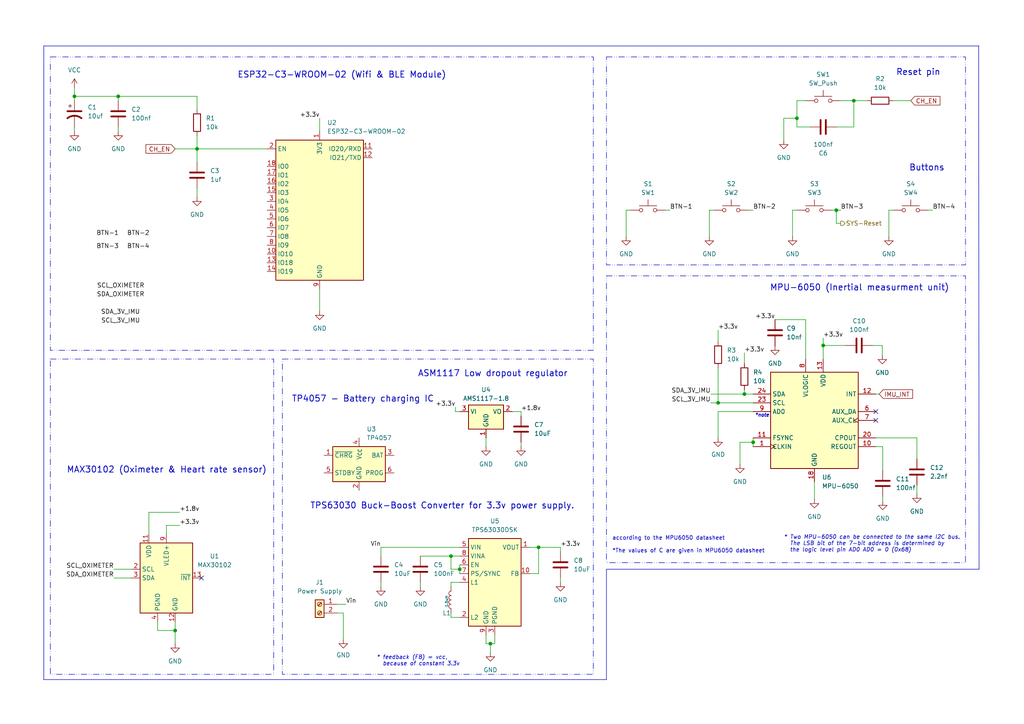
<source format=kicad_sch>
(kicad_sch (version 20231120) (generator "eeschema") (generator_version "8.0")
  (paper "A4")
  (title_block (title "glusoce (A Open Source Smart Watch Ecosystem)") (date "2025-02-11") (rev "v0.1") (company "Designed by S. M. Ameen") (comment 1 "https://syeedameen.github.io"))
  (lib_symbols
    (symbol "Battery_Management:TP4057"
      (property "Reference" "U" (at -6.35 6.604 0))
      (property "Value" "TP4057" (at 1.524 6.604 0))
      (symbol "TP4057_0_1"
        (rectangle (start -7.62 5.08) (end 7.62 -5.08) (stroke (width 0.254)) (fill (type background)))
      )
      (symbol "TP4057_1_1"
        (pin open_collector line (at -10.16 2.54 0) (length 2.54) (name "~{CHRG}") (number "1"))
        (pin power_in line (at 0 -7.62 90) (length 2.54) (name "GND") (number "2"))
        (pin power_out line (at 10.16 2.54 180) (length 2.54) (name "BAT") (number "3"))
        (pin power_in line (at 0 7.62 270) (length 2.54) (name "V_{CC}") (number "4"))
        (pin open_collector line (at -10.16 -2.54 0) (length 2.54) (name "STDBY") (number "5"))
        (pin passive line (at 10.16 -2.54 180) (length 2.54) (name "PROG") (number "6"))
      )
    )
    (symbol "Connector:Screw_Terminal_01x02" (pin_names (offset 1.016) hide)
      (property "Reference" "J" (at 0 2.54 0))
      (property "Value" "Screw_Terminal_01x02" (at 0 -5.08 0))
      (symbol "Screw_Terminal_01x02_1_1"
        (rectangle (start -1.27 1.27) (end 1.27 -3.81) (stroke (width 0.254)) (fill (type background)))
        (circle (center 0 -2.54) (radius 0.635) (stroke (width 0.1524)))
        (polyline (pts (xy -0.5334 -2.2098) (xy 0.3302 -3.048)) (stroke (width 0.1524)))
        (polyline (pts (xy -0.5334 0.3302) (xy 0.3302 -0.508)) (stroke (width 0.1524)))
        (polyline (pts (xy -0.3556 -2.032) (xy 0.508 -2.8702)) (stroke (width 0.1524)))
        (polyline (pts (xy -0.3556 0.508) (xy 0.508 -0.3302)) (stroke (width 0.1524)))
        (circle (center 0 0) (radius 0.635) (stroke (width 0.1524)))
        (pin passive line (at -5.08 0 0) (length 3.81) (name "Pin_1") (number "1"))
        (pin passive line (at -5.08 -2.54 0) (length 3.81) (name "Pin_2") (number "2"))
      )
    )
    (symbol "Device:C" (pin_numbers hide) (pin_names (offset 0.254))
      (property "Reference" "C" (at 0.635 2.54 0))
      (property "Value" "C" (at 0.635 -2.54 0))
      (symbol "C_0_1"
        (polyline (pts (xy -2.032 -0.762) (xy 2.032 -0.762)) (stroke (width 0.508)))
        (polyline (pts (xy -2.032 0.762) (xy 2.032 0.762)) (stroke (width 0.508)))
      )
      (symbol "C_1_1"
        (pin passive line (at 0 3.81 270) (length 2.794) (name "~") (number "1"))
        (pin passive line (at 0 -3.81 90) (length 2.794) (name "~") (number "2"))
      )
    )
    (symbol "Device:C_Polarized_US" (pin_numbers hide) (pin_names (offset 0.254) hide)
      (property "Reference" "C" (at 0.635 2.54 0))
      (property "Value" "C_Polarized_US" (at 0.635 -2.54 0))
      (symbol "C_Polarized_US_0_1"
        (polyline (pts (xy -2.032 0.762) (xy 2.032 0.762)) (stroke (width 0.508)))
        (polyline (pts (xy -1.778 2.286) (xy -0.762 2.286)))
        (polyline (pts (xy -1.27 1.778) (xy -1.27 2.794)))
        (arc (start 2.032 -1.27) (mid 0 -0.5572) (end -2.032 -1.27) (stroke (width 0.508)))
      )
      (symbol "C_Polarized_US_1_1"
        (pin passive line (at 0 3.81 270) (length 2.794) (name "~") (number "1"))
        (pin passive line (at 0 -3.81 90) (length 3.302) (name "~") (number "2"))
      )
    )
    (symbol "Device:L" (pin_numbers hide) (pin_names (offset 1.016) hide)
      (property "Reference" "L" (at -1.27 0 90))
      (property "Value" "L" (at 1.905 0 90))
      (symbol "L_0_1"
        (arc (start 0 -2.54) (mid 0.6323 -1.905) (end 0 -1.27))
        (arc (start 0 -1.27) (mid 0.6323 -0.635) (end 0 0))
        (arc (start 0 0) (mid 0.6323 0.635) (end 0 1.27))
        (arc (start 0 1.27) (mid 0.6323 1.905) (end 0 2.54))
      )
      (symbol "L_1_1"
        (pin passive line (at 0 3.81 270) (length 1.27) (name "1") (number "1"))
        (pin passive line (at 0 -3.81 90) (length 1.27) (name "2") (number "2"))
      )
    )
    (symbol "Device:R" (pin_numbers hide) (pin_names (offset 0))
      (property "Reference" "R" (at 2.032 0 90))
      (property "Value" "R" (at 0 0 90))
      (symbol "R_0_1"
        (rectangle (start -1.016 -2.54) (end 1.016 2.54) (stroke (width 0.254)))
      )
      (symbol "R_1_1"
        (pin passive line (at 0 3.81 270) (length 1.27) (name "~") (number "1"))
        (pin passive line (at 0 -3.81 90) (length 1.27) (name "~") (number "2"))
      )
    )
    (symbol "RF_Module:ESP32-C3-WROOM-02"
      (property "Reference" "U" (at -12.192 21.336 0))
      (property "Value" "ESP32-C3-WROOM-02" (at 12.192 21.336 0))
      (symbol "ESP32-C3-WROOM-02_1_1"
        (rectangle (start -12.7 20.32) (end 12.7 -20.32) (stroke (width 0.254)) (fill (type background)))
        (pin power_in line (at 0 22.86 270) (length 2.54) (name "3V3") (number "1"))
        (pin bidirectional line (at -15.24 -12.7 0) (length 2.54) (name "IO10") (number "10"))
        (pin bidirectional line (at 15.24 17.78 180) (length 2.54) (name "IO20/RXD") (number "11"))
        (pin bidirectional line (at 15.24 15.24 180) (length 2.54) (name "IO21/TXD") (number "12"))
        (pin bidirectional line (at -15.24 -15.24 0) (length 2.54) (name "IO18") (number "13"))
        (pin bidirectional line (at -15.24 -17.78 0) (length 2.54) (name "IO19") (number "14"))
        (pin bidirectional line (at -15.24 5.08 0) (length 2.54) (name "IO3") (number "15"))
        (pin bidirectional line (at -15.24 7.62 0) (length 2.54) (name "IO2") (number "16"))
        (pin bidirectional line (at -15.24 10.16 0) (length 2.54) (name "IO1") (number "17"))
        (pin bidirectional line (at -15.24 12.7 0) (length 2.54) (name "IO0") (number "18"))
        (pin passive line (at 0 -22.86 90) (length 2.54) hide (name "GND") (number "19"))
        (pin input line (at -15.24 17.78 0) (length 2.54) (name "EN") (number "2"))
        (pin bidirectional line (at -15.24 2.54 0) (length 2.54) (name "IO4") (number "3"))
        (pin bidirectional line (at -15.24 0 0) (length 2.54) (name "IO5") (number "4"))
        (pin bidirectional line (at -15.24 -2.54 0) (length 2.54) (name "IO6") (number "5"))
        (pin bidirectional line (at -15.24 -5.08 0) (length 2.54) (name "IO7") (number "6"))
        (pin bidirectional line (at -15.24 -7.62 0) (length 2.54) (name "IO8") (number "7"))
        (pin bidirectional line (at -15.24 -10.16 0) (length 2.54) (name "IO9") (number "8"))
        (pin power_in line (at 0 -22.86 90) (length 2.54) (name "GND") (number "9"))
      )
    )
    (symbol "Regulator_Linear:AMS1117-1.8"
      (property "Reference" "U" (at -3.81 3.175 0))
      (property "Value" "AMS1117-1.8" (at 0 3.175 0))
      (symbol "AMS1117-1.8_0_1"
        (rectangle (start -5.08 -5.08) (end 5.08 1.905) (stroke (width 0.254)) (fill (type background)))
      )
      (symbol "AMS1117-1.8_1_1"
        (pin power_in line (at 0 -7.62 90) (length 2.54) (name "GND") (number "1"))
        (pin power_out line (at 7.62 0 180) (length 2.54) (name "VO") (number "2"))
        (pin power_in line (at -7.62 0 0) (length 2.54) (name "VI") (number "3"))
      )
    )
    (symbol "Regulator_Switching:TPS63030DSK"
      (property "Reference" "U" (at -7.62 13.97 0))
      (property "Value" "TPS63030DSK" (at 5.08 13.97 0))
      (symbol "TPS63030DSK_0_1"
        (rectangle (start -7.62 12.7) (end 7.62 -12.7) (stroke (width 0.254)) (fill (type background)))
      )
      (symbol "TPS63030DSK_1_1"
        (pin power_out line (at 10.16 10.16 180) (length 2.54) (name "VOUT") (number "1"))
        (pin input line (at 10.16 2.54 180) (length 2.54) (name "FB") (number "10"))
        (pin passive line (at 0 -15.24 90) (length 2.54) hide (name "PGND") (number "11"))
        (pin input line (at -10.16 -10.16 0) (length 2.54) (name "L2") (number "2"))
        (pin power_in line (at 0 -15.24 90) (length 2.54) (name "PGND") (number "3"))
        (pin input line (at -10.16 0 0) (length 2.54) (name "L1") (number "4"))
        (pin power_in line (at -10.16 10.16 0) (length 2.54) (name "VIN") (number "5"))
        (pin input line (at -10.16 5.08 0) (length 2.54) (name "EN") (number "6"))
        (pin input line (at -10.16 2.54 0) (length 2.54) (name "PS/SYNC") (number "7"))
        (pin passive line (at -10.16 7.62 0) (length 2.54) (name "VINA") (number "8"))
        (pin power_in line (at -2.54 -15.24 90) (length 2.54) (name "GND") (number "9"))
      )
    )
    (symbol "Sensor:MAX30102"
      (property "Reference" "U" (at 7.62 15.24 0))
      (property "Value" "MAX30102" (at 7.62 12.7 0))
      (symbol "MAX30102_0_1"
        (rectangle (start -7.62 10.16) (end 7.62 -10.16) (stroke (width 0.254)) (fill (type background)))
      )
      (symbol "MAX30102_1_1"
        (pin no_connect line (at -7.62 5.08 0) (length 2.54) hide (name "NC") (number "1"))
        (pin passive line (at 0 12.7 270) (length 2.54) hide (name "VLED+") (number "10"))
        (pin power_in line (at -5.08 12.7 270) (length 2.54) (name "VDD") (number "11"))
        (pin power_in line (at 2.54 -12.7 90) (length 2.54) (name "GND") (number "12"))
        (pin output line (at 10.16 0 180) (length 2.54) (name "~{INT}") (number "13"))
        (pin no_connect line (at 7.62 2.54 180) (length 2.54) hide (name "NC") (number "14"))
        (pin input line (at -10.16 2.54 0) (length 2.54) (name "SCL") (number "2"))
        (pin bidirectional line (at -10.16 0 0) (length 2.54) (name "SDA") (number "3"))
        (pin power_in line (at -2.54 -12.7 90) (length 2.54) (name "PGND") (number "4"))
        (pin no_connect line (at 7.62 -7.62 180) (length 2.54) hide (name "NC") (number "5"))
        (pin no_connect line (at 7.62 -5.08 180) (length 2.54) hide (name "NC") (number "6"))
        (pin no_connect line (at -7.62 -2.54 0) (length 2.54) hide (name "NC") (number "7"))
        (pin no_connect line (at 7.62 5.08 180) (length 2.54) hide (name "NC") (number "8"))
        (pin power_in line (at 0 12.7 270) (length 2.54) (name "VLED+") (number "9"))
      )
    )
    (symbol "Sensor_Motion:MPU-6050"
      (property "Reference" "U" (at -11.43 13.97 0))
      (property "Value" "MPU-6050" (at 7.62 -15.24 0))
      (symbol "MPU-6050_0_0"
        (text "" (at 12.7 -2.54 0) (effects (font (size 1.27 1.27))))
      )
      (symbol "MPU-6050_0_1"
        (rectangle (start -12.7 13.97) (end 12.7 -13.97) (stroke (width 0.254)) (fill (type background)))
      )
      (symbol "MPU-6050_1_1"
        (pin input clock (at -17.78 -7.62 0) (length 5.08) (name "CLKIN") (number "1"))
        (pin passive line (at 17.78 -7.62 180) (length 5.08) (name "REGOUT") (number "10"))
        (pin input line (at -17.78 -5.08 0) (length 5.08) (name "FSYNC") (number "11"))
        (pin output line (at 17.78 7.62 180) (length 5.08) (name "INT") (number "12"))
        (pin power_in line (at 2.54 17.78 270) (length 3.81) (name "VDD") (number "13"))
        (pin no_connect line (at -12.7 -10.16 0) (length 2.54) hide (name "NC") (number "14"))
        (pin no_connect line (at 12.7 12.7 180) (length 2.54) hide (name "NC") (number "15"))
        (pin no_connect line (at 12.7 10.16 180) (length 2.54) hide (name "NC") (number "16"))
        (pin no_connect line (at 12.7 5.08 180) (length 2.54) hide (name "NC") (number "17"))
        (pin power_in line (at 0 -17.78 90) (length 3.81) (name "GND") (number "18"))
        (pin no_connect line (at 12.7 -10.16 180) (length 2.54) hide (name "RESV") (number "19"))
        (pin no_connect line (at -12.7 12.7 0) (length 2.54) hide (name "NC") (number "2"))
        (pin passive line (at 17.78 -5.08 180) (length 5.08) (name "CPOUT") (number "20"))
        (pin no_connect line (at 12.7 -2.54 180) (length 2.54) hide (name "RESV") (number "21"))
        (pin no_connect line (at 12.7 -12.7 180) (length 2.54) hide (name "RESV") (number "22"))
        (pin input line (at -17.78 5.08 0) (length 5.08) (name "SCL") (number "23"))
        (pin bidirectional line (at -17.78 7.62 0) (length 5.08) (name "SDA") (number "24"))
        (pin no_connect line (at -12.7 10.16 0) (length 2.54) hide (name "NC") (number "3"))
        (pin no_connect line (at -12.7 0 0) (length 2.54) hide (name "NC") (number "4"))
        (pin no_connect line (at -12.7 -2.54 0) (length 2.54) hide (name "NC") (number "5"))
        (pin bidirectional line (at 17.78 2.54 180) (length 5.08) (name "AUX_DA") (number "6"))
        (pin output clock (at 17.78 0 180) (length 5.08) (name "AUX_CL") (number "7"))
        (pin power_in line (at -2.54 17.78 270) (length 3.81) (name "VLOGIC") (number "8"))
        (pin input line (at -17.78 2.54 0) (length 5.08) (name "AD0") (number "9"))
      )
    )
    (symbol "Switch:SW_Push" (pin_numbers hide) (pin_names (offset 1.016) hide)
      (property "Reference" "SW" (at 1.27 2.54 0))
      (property "Value" "SW_Push" (at 0 -1.524 0))
      (symbol "SW_Push_0_1"
        (circle (center -2.032 0) (radius 0.508))
        (polyline (pts (xy 0 1.27) (xy 0 3.048)))
        (polyline (pts (xy 2.54 1.27) (xy -2.54 1.27)))
        (circle (center 2.032 0) (radius 0.508))
        (pin passive line (at -5.08 0 0) (length 2.54) (name "1") (number "1"))
        (pin passive line (at 5.08 0 180) (length 2.54) (name "2") (number "2"))
      )
    )
    (symbol "power:GND" (power) (pin_names (offset 0))
      (property "Value" "GND" (at 0 -3.81 0))
      (symbol "GND_0_1"
        (polyline (pts (xy 0 0) (xy 0 -1.27) (xy 1.27 -1.27) (xy 0 -2.54) (xy -1.27 -1.27) (xy 0 -1.27)))
      )
      (symbol "GND_1_1"
        (pin power_in line (at 0 0 270) (length 0) hide (name "GND") (number "1"))
      )
    )
    (symbol "power:VCC" (power) (pin_names (offset 0))
      (property "Value" "VCC" (at 0 3.81 0))
      (symbol "VCC_0_1"
        (polyline (pts (xy -0.762 1.27) (xy 0 2.54)))
        (polyline (pts (xy 0 0) (xy 0 2.54)))
        (polyline (pts (xy 0 2.54) (xy 0.762 1.27)))
      )
      (symbol "VCC_1_1"
        (pin power_in line (at 0 0 90) (length 0) hide (name "VCC") (number "1"))
      )
    )
  )
  (junction (at 247.65 29.21))
  (junction (at 34.29 27.94))
  (junction (at 215.9 114.3))
  (junction (at 156.21 158.75))
  (junction (at 218.44 128.27))
  (junction (at 21.59 27.94))
  (junction (at 142.24 186.69))
  (junction (at 238.76 100.203))
  (junction (at 130.81 161.29))
  (junction (at 242.57 60.96))
  (junction (at 208.28 116.84))
  (junction (at 231.14 34.29))
  (junction (at 133.35 165.1))
  (junction (at 50.8 182.88))
  (junction (at 57.15 43.18))
  (no_connect (at 254 119.38))
  (no_connect (at 58.42 167.64))
  (no_connect (at 254 121.92))
  (wire (pts (xy 242.57 36.83) (xy 247.65 36.83)))
  (wire (pts (xy 182.88 60.96) (xy 181.61 60.96)))
  (wire (pts (xy 247.65 36.83) (xy 247.65 29.21)))
  (wire (pts (xy 140.97 186.69) (xy 142.24 186.69)))
  (wire (pts (xy 33.02 167.64) (xy 38.1 167.64)))
  (wire (pts (xy 231.14 34.29) (xy 231.14 36.83)))
  (wire (pts (xy 21.59 36.83) (xy 21.59 38.1)))
  (wire (pts (xy 217.17 60.96) (xy 218.44 60.96)))
  (wire (pts (xy 215.9 113.03) (xy 215.9 114.3)))
  (wire (pts (xy 130.81 161.29) (xy 133.35 161.29)))
  (wire (pts (xy 252.984 100.203) (xy 255.905 100.203)))
  (wire (pts (xy 269.24 60.96) (xy 270.51 60.96)))
  (wire (pts (xy 255.905 100.203) (xy 255.905 102.997)))
  (wire (pts (xy 45.72 180.34) (xy 45.72 182.88)))
  (wire (pts (xy 208.28 116.84) (xy 218.44 116.84)))
  (wire (pts (xy 142.24 186.69) (xy 143.51 186.69)))
  (wire (pts (xy 130.81 177.8) (xy 130.81 179.07)))
  (wire (pts (xy 121.92 161.29) (xy 130.81 161.29)))
  (wire (pts (xy 34.29 27.94) (xy 21.59 27.94)))
  (wire (pts (xy 238.76 100.203) (xy 238.76 104.14)))
  (wire (pts (xy 233.68 104.14) (xy 233.68 92.71)))
  (wire (pts (xy 34.29 27.94) (xy 57.15 27.94)))
  (wire (pts (xy 247.65 29.21) (xy 251.46 29.21)))
  (wire (pts (xy 45.72 182.88) (xy 50.8 182.88)))
  (wire (pts (xy 52.07 148.59) (xy 43.18 148.59)))
  (wire (pts (xy 130.81 168.91) (xy 133.35 168.91)))
  (wire (pts (xy 43.18 148.59) (xy 43.18 154.94)))
  (wire (pts (xy 205.74 60.96) (xy 205.74 68.58)))
  (wire (pts (xy 162.56 158.75) (xy 156.21 158.75)))
  (wire (pts (xy 238.76 100.203) (xy 245.364 100.203)))
  (wire (pts (xy 130.81 170.18) (xy 130.81 168.91)))
  (wire (pts (xy 227.33 34.29) (xy 227.33 40.64)))
  (wire (pts (xy 130.81 165.1) (xy 130.81 161.29)))
  (wire (pts (xy 265.938 127) (xy 265.938 133.096)))
  (wire (pts (xy 50.8 182.88) (xy 50.8 186.69)))
  (wire (pts (xy 259.08 29.21) (xy 264.16 29.21)))
  (wire (pts (xy 110.49 170.18) (xy 110.49 168.91)))
  (polyline (pts (xy 175.895 165.1) (xy 283.972 165.1)))
  (wire (pts (xy 259.08 60.96) (xy 257.81 60.96)))
  (wire (pts (xy 48.26 152.4) (xy 48.26 154.94)))
  (wire (pts (xy 133.35 165.1) (xy 130.81 165.1)))
  (wire (pts (xy 21.59 27.94) (xy 21.59 29.21)))
  (wire (pts (xy 206.121 116.84) (xy 208.28 116.84)))
  (wire (pts (xy 121.92 170.18) (xy 121.92 168.91)))
  (wire (pts (xy 205.74 60.96) (xy 207.01 60.96)))
  (wire (pts (xy 33.02 165.1) (xy 38.1 165.1)))
  (wire (pts (xy 21.59 27.94) (xy 21.59 25.4)))
  (wire (pts (xy 156.21 166.37) (xy 156.21 158.75)))
  (wire (pts (xy 215.9 114.3) (xy 218.44 114.3)))
  (polyline (pts (xy 283.972 13.335) (xy 12.7 13.335)))
  (wire (pts (xy 99.568 177.8) (xy 99.568 185.42)))
  (wire (pts (xy 215.9 102.362) (xy 215.9 105.41)))
  (wire (pts (xy 110.49 161.29) (xy 110.49 158.75)))
  (polyline (pts (xy 12.7 197.104) (xy 175.895 197.104)))
  (wire (pts (xy 254 127) (xy 265.938 127)))
  (wire (pts (xy 52.07 152.4) (xy 48.26 152.4)))
  (wire (pts (xy 233.68 29.21) (xy 231.14 29.21)))
  (wire (pts (xy 50.8 43.18) (xy 57.15 43.18)))
  (wire (pts (xy 256.032 129.54) (xy 256.032 136.398)))
  (wire (pts (xy 208.28 106.68) (xy 208.28 116.84)))
  (wire (pts (xy 57.15 27.94) (xy 57.15 31.75)))
  (wire (pts (xy 224.79 92.71) (xy 233.68 92.71)))
  (wire (pts (xy 132.08 119.38) (xy 133.35 119.38)))
  (wire (pts (xy 236.22 139.7) (xy 236.22 144.78)))
  (wire (pts (xy 50.8 180.34) (xy 50.8 182.88)))
  (wire (pts (xy 265.938 140.716) (xy 265.938 143.256)))
  (wire (pts (xy 142.24 186.69) (xy 142.24 189.23)))
  (wire (pts (xy 140.97 184.15) (xy 140.97 186.69)))
  (wire (pts (xy 231.14 29.21) (xy 231.14 34.29)))
  (wire (pts (xy 241.3 60.96) (xy 242.57 60.96)))
  (wire (pts (xy 151.13 129.54) (xy 151.13 128.27)))
  (wire (pts (xy 229.87 60.96) (xy 231.14 60.96)))
  (wire (pts (xy 242.57 64.77) (xy 242.57 60.96)))
  (wire (pts (xy 57.15 39.37) (xy 57.15 43.18)))
  (polyline (pts (xy 175.895 197.104) (xy 175.895 165.1)))
  (polyline (pts (xy 283.972 165.1) (xy 283.845 13.335)))
  (wire (pts (xy 257.81 60.96) (xy 257.81 68.58)))
  (wire (pts (xy 243.84 29.21) (xy 247.65 29.21)))
  (polyline (pts (xy 12.7 13.335) (xy 12.7 197.104)))
  (wire (pts (xy 162.56 160.02) (xy 162.56 158.75)))
  (wire (pts (xy 208.28 119.38) (xy 208.28 127)))
  (wire (pts (xy 97.79 177.8) (xy 99.568 177.8)))
  (wire (pts (xy 57.15 43.18) (xy 57.15 46.99)))
  (wire (pts (xy 238.76 98.044) (xy 238.76 100.203)))
  (wire (pts (xy 130.81 179.07) (xy 133.35 179.07)))
  (wire (pts (xy 92.71 83.82) (xy 92.71 90.17)))
  (wire (pts (xy 214.63 128.27) (xy 214.63 134.62)))
  (wire (pts (xy 231.14 36.83) (xy 234.95 36.83)))
  (wire (pts (xy 254 114.3) (xy 255.016 114.3)))
  (wire (pts (xy 133.35 165.1) (xy 133.35 166.37)))
  (wire (pts (xy 218.44 128.27) (xy 218.44 129.54)))
  (wire (pts (xy 231.14 34.29) (xy 227.33 34.29)))
  (wire (pts (xy 243.84 64.77) (xy 242.57 64.77)))
  (wire (pts (xy 215.9 114.3) (xy 206.121 114.3)))
  (wire (pts (xy 151.13 119.38) (xy 148.59 119.38)))
  (wire (pts (xy 140.97 127) (xy 140.97 129.54)))
  (wire (pts (xy 132.08 118.11) (xy 132.08 119.38)))
  (wire (pts (xy 208.28 95.758) (xy 208.28 99.06)))
  (wire (pts (xy 229.87 60.96) (xy 229.87 68.58)))
  (wire (pts (xy 143.51 184.15) (xy 143.51 186.69)))
  (wire (pts (xy 218.44 127) (xy 218.44 128.27)))
  (wire (pts (xy 256.032 144.018) (xy 256.032 145.288)))
  (wire (pts (xy 153.67 166.37) (xy 156.21 166.37)))
  (wire (pts (xy 156.21 158.75) (xy 153.67 158.75)))
  (wire (pts (xy 181.61 60.96) (xy 181.61 68.58)))
  (wire (pts (xy 34.29 27.94) (xy 34.29 29.21)))
  (wire (pts (xy 193.04 60.96) (xy 194.31 60.96)))
  (wire (pts (xy 162.56 168.91) (xy 162.56 167.64)))
  (wire (pts (xy 92.71 34.29) (xy 92.71 38.1)))
  (wire (pts (xy 214.63 128.27) (xy 218.44 128.27)))
  (wire (pts (xy 57.15 54.61) (xy 57.15 57.15)))
  (wire (pts (xy 110.49 158.75) (xy 133.35 158.75)))
  (wire (pts (xy 242.57 60.96) (xy 243.84 60.96)))
  (wire (pts (xy 218.44 119.38) (xy 208.28 119.38)))
  (wire (pts (xy 57.15 43.18) (xy 77.47 43.18)))
  (wire (pts (xy 34.29 36.83) (xy 34.29 38.1)))
  (wire (pts (xy 151.13 120.65) (xy 151.13 119.38)))
  (wire (pts (xy 133.35 163.83) (xy 133.35 165.1)))
  (wire (pts (xy 97.79 175.26) (xy 100.33 175.26)))
  (wire (pts (xy 254 129.54) (xy 256.032 129.54)))
  (rectangle (start 175.895 16.51) (end 280.035 76.835) (stroke (width 0) (type dash_dot_dot)))
  (rectangle (start 14.605 104.14) (end 79.375 195.58) (stroke (width 0) (type dash_dot_dot)))
  (rectangle (start 175.895 80.01) (end 280.035 163.195) (stroke (width 0) (type dash_dot_dot)))
  (rectangle (start 14.605 16.51) (end 172.085 101.6) (stroke (width 0) (type dash_dot_dot)))
  (rectangle (start 81.915 104.14) (end 172.085 195.58) (stroke (width 0) (type dash_dot_dot)))
  (text "* feedback (FB) = vcc,\n  because of constant 3.3v " (at 109.22 193.294 0) (effects (font (size 1.143 1.143) (italic yes)) (justify left bottom)))
  (text "Buttons" (at 263.652 49.784 0) (effects (font (size 1.778 1.778) (thickness 0.2223)) (justify left bottom)))
  (text "* Two MPU-6050 can be connected to the same I2C bus. \n  The LSB bit of the 7-bit address is determined by \n  the logic level pin AD0 AD0 = 0 (0x68)" (at 227.33 160.274 0) (effects (font (size 1.143 1.143) (italic yes)) (justify left bottom)))
  (text "ESP32-C3-WROOM-02 (Wifi & BLE Module)" (at 68.834 22.86 0) (effects (font (size 1.778 1.778) (thickness 0.2223)) (justify left bottom)))
  (text "ASM1117 Low dropout regulator\n" (at 121.158 109.474 0) (effects (font (size 1.778 1.778) (thickness 0.2223)) (justify left bottom)))
  (text "according to the MPU6050 datasheet\n\n*The values of C are given in MPU6050 datasheet" (at 177.546 160.528 0) (effects (font (size 1.143 1.143)) (justify left bottom)))
  (text "MAX30102 (Oximeter & Heart rate sensor)" (at 19.304 137.414 0) (effects (font (size 1.778 1.778) (thickness 0.2223)) (justify left bottom)))
  (text "MPU-6050 (Inertial measurment unit)\n" (at 223.266 84.582 0) (effects (font (size 1.778 1.778) (thickness 0.2223)) (justify left bottom)))
  (text "TP4057 - Battery charging IC" (at 84.582 116.84 0) (effects (font (size 1.778 1.778) (thickness 0.2223)) (justify left bottom)))
  (text "Reset pin" (at 259.842 22.098 0) (effects (font (size 1.778 1.778) (thickness 0.2223)) (justify left bottom)))
  (text "*note" (at 218.948 121.158 0) (effects (font (size 1 1) (thickness 0.2) (bold yes) (italic yes)) (justify left bottom)))
  (text "TPS63030 Buck-Boost Converter for 3.3v power supply.\n" (at 89.916 147.828 0) (effects (font (size 1.778 1.778) (thickness 0.2223)) (justify left bottom)))
  (label "+1.8v" (at 52.07 148.59 0))
  (label "SDA_3V_IMU" (at 40.64 91.44 180))
  (label "+3.3v" (at 208.28 95.758 0))
  (label "BTN-3" (at 243.84 60.96 0))
  (label "BTN-3" (at 27.94 72.39 0))
  (label "SDA_OXIMETER" (at 33.02 167.64 180))
  (label "Vin" (at 100.33 175.26 0))
  (label "SCL_OXIMETER" (at 33.02 165.1 180))
  (label "SDA_3V_IMU" (at 206.121 114.3 180))
  (label "+3.3v" (at 224.79 92.71 180))
  (label "+3.3v" (at 238.76 98.044 0))
  (label "+3.3v" (at 52.07 152.4 0))
  (label "BTN-1" (at 194.31 60.96 0))
  (label "BTN-4" (at 36.83 72.39 0))
  (label "+3.3v" (at 162.56 158.75 0))
  (label "SDA_OXIMETER" (at 41.91 86.36 180))
  (label "SCL_OXIMETER" (at 41.91 83.82 180))
  (label "BTN-2" (at 218.44 60.96 0))
  (label "+3.3v" (at 92.71 34.29 180))
  (label "SCL_3V_IMU" (at 206.121 116.84 180))
  (label "+3.3v" (at 215.9 102.362 0))
  (label "BTN-1" (at 27.94 68.58 0))
  (label "SCL_3V_IMU" (at 40.64 93.98 180))
  (label "BTN-2" (at 36.83 68.58 0))
  (label "+1.8v" (at 151.13 119.38 0))
  (label "Vin" (at 110.49 158.75 180))
  (label "BTN-4" (at 270.51 60.96 0))
  (label "+3.3v" (at 132.08 118.11 180))
  (global_label "IMU_INT" (shape input) (at 255.016 114.3 0) (property "Intersheetrefs" "${INTERSHEET_REFS}" (effects (hide yes))))
  (global_label "CH_EN" (shape input) (at 264.16 29.21 0) (property "Intersheetrefs" "${INTERSHEET_REFS}" (effects (hide yes))))
  (global_label "CH_EN" (shape input) (at 50.8 43.18 180) (property "Intersheetrefs" "${INTERSHEET_REFS}" (effects (hide yes))))
  (hierarchical_label "SYS-Reset" (shape output) (at 243.84 64.77 0))
  (symbol (lib_id "power:GND") (at 140.97 129.54 0) (unit 1)
    (property "Reference" "#PWR011" (effects (hide yes)))
    (property "Value" "GND" (at 140.97 134.62 0))
  )
  (symbol (lib_id "Device:R") (at 208.28 102.87 0) (unit 1)
    (property "Reference" "R3" (at 210.82 101.6 0) (effects (justify left)))
    (property "Value" "10k" (at 210.82 104.14 0) (effects (justify left)))
    (property "Footprint" "Resistor_SMD:R_0603_1608Metric_Pad0.98x0.95mm_HandSolder" (effects (hide yes)))
  )
  (symbol (lib_id "Device:C") (at 238.76 36.83 90) (mirror x) (unit 1)
    (property "Reference" "C6" (at 238.76 44.45 90))
    (property "Value" "100nf" (at 238.76 41.91 90))
    (property "Footprint" "Capacitor_SMD:C_0603_1608Metric_Pad1.08x0.95mm_HandSolder" (effects (hide yes)))
  )
  (symbol (lib_id "Device:L") (at 130.81 173.99 180) (unit 1)
    (property "Reference" "L1" (at 130.81 177.8 0) (effects (justify left)))
    (property "Value" "1.5uH" (at 129.54 172.72 90) (effects (font (size 0.75 0.75)) (justify left)))
    (property "Footprint" "Inductor_SMD:L_0603_1608Metric" (effects (hide yes)))
  )
  (symbol (lib_id "power:GND") (at 236.22 144.78 0) (unit 1)
    (property "Reference" "#PWR021" (effects (hide yes)))
    (property "Value" "GND" (at 236.22 149.86 0))
  )
  (symbol (lib_id "power:GND") (at 205.74 68.58 0) (unit 1)
    (property "Reference" "#PWR016" (effects (hide yes)))
    (property "Value" "GND" (at 205.74 73.66 0))
  )
  (symbol (lib_id "Device:R") (at 255.27 29.21 90) (unit 1)
    (property "Reference" "R2" (at 255.27 22.86 90))
    (property "Value" "10k" (at 255.27 25.4 90))
    (property "Footprint" "Resistor_SMD:R_0603_1608Metric_Pad0.98x0.95mm_HandSolder" (effects (hide yes)))
  )
  (symbol (lib_id "Switch:SW_Push") (at 236.22 60.96 0) (unit 1)
    (property "Reference" "S3" (at 236.22 53.34 0))
    (property "Value" "SW3" (at 236.22 55.88 0))
    (property "Footprint" "E-Switch:TL6340AF160Q_Modified" (effects (hide yes)))
    (property "Datasheet" "https://www.mouser.de/datasheet/2/140/TL6340-3304863.pdf" (effects (hide yes)))
    (property "Distributor" "Mouser" (effects (hide yes)))
    (property "Mfr." "E-Switch" (effects (hide yes)))
    (property "Mfr. No." "TL6340AF160Q" (effects (hide yes)))
    (property "Order Number" "612-TL6340AF160Q" (effects (hide yes)))
  )
  (symbol (lib_id "Battery_Management:TP4057") (at 104.14 134.62 0) (unit 1)
    (property "Reference" "U3" (at 106.3341 124.46 0) (effects (justify left)))
    (property "Value" "TP4057" (at 106.3341 127 0) (effects (justify left)))
    (property "Footprint" "Package_TO_SOT_SMD:TSOT-23-6" (effects (hide yes)))
    (property "Datasheet" "http://toppwr.com/uploadfile/file/20230304/640302a47b738.pdf" (effects (hide yes)))
    (property "Description" "Constant-current/constant-voltage linear charger for single cell lithium-ion batteries with 2.9V Trickle Charge, 4.5V to 6.5V VDD, -40 to +85 degree Celsius, TSOT-23-6" (effects (hide yes)))
  )
  (symbol (lib_id "power:GND") (at 142.24 189.23 0) (unit 1)
    (property "Reference" "#PWR012" (effects (hide yes)))
    (property "Value" "GND" (at 142.24 194.31 0))
  )
  (symbol (lib_id "Sensor:MAX30102") (at 48.26 167.64 0) (unit 1)
    (property "Reference" "U1" (at 62.23 161.3214 0))
    (property "Value" "MAX30102" (at 62.23 163.8614 0))
    (property "Footprint" "OptoDevice:Maxim_OLGA-14_3.3x5.6mm_P0.8mm" (effects (hide yes)))
    (property "Datasheet" "https://datasheets.maximintegrated.com/en/ds/MAX30102.pdf" (effects (hide yes)))
    (property "Description" "Heart Rate Sensor, 14-OLGA" (effects (hide yes)))
  )
  (symbol (lib_id "Device:C") (at 34.29 33.02 0) (unit 1)
    (property "Reference" "C2" (at 38.1 31.75 0) (effects (justify left)))
    (property "Value" "100nf" (at 38.1 34.29 0) (effects (justify left)))
    (property "Footprint" "Capacitor_SMD:C_0603_1608Metric_Pad1.08x0.95mm_HandSolder" (effects (hide yes)))
  )
  (symbol (lib_id "Device:C") (at 110.49 165.1 0) (unit 1)
    (property "Reference" "C4" (at 114.3 163.8299 0) (effects (justify left)))
    (property "Value" "10uF" (at 114.3 166.3699 0) (effects (justify left)))
    (property "Footprint" "Capacitor_SMD:C_0603_1608Metric" (effects (hide yes)))
  )
  (symbol (lib_id "Sensor_Motion:MPU-6050") (at 236.22 121.92 0) (unit 1)
    (property "Reference" "U6" (at 238.4141 138.43 0) (effects (justify left)))
    (property "Value" "MPU-6050" (at 238.4141 140.97 0) (effects (justify left)))
    (property "Footprint" "Sensor_Motion:InvenSense_QFN-24_4x4mm_P0.5mm" (effects (hide yes)))
    (property "Datasheet" "https://invensense.tdk.com/wp-content/uploads/2015/02/MPU-6000-Datasheet1.pdf" (effects (hide yes)))
  )
  (symbol (lib_id "power:GND") (at 34.29 38.1 0) (unit 1)
    (property "Reference" "#PWR03" (effects (hide yes)))
    (property "Value" "GND" (at 34.29 43.18 0))
  )
  (symbol (lib_id "power:GND") (at 21.59 38.1 0) (unit 1)
    (property "Reference" "#PWR02" (effects (hide yes)))
    (property "Value" "GND" (at 21.59 43.18 0))
  )
  (symbol (lib_id "Switch:SW_Push") (at 187.96 60.96 0) (mirror y) (unit 1)
    (property "Reference" "S1" (at 187.96 53.34 0))
    (property "Value" "SW1" (at 187.96 55.88 0))
    (property "Footprint" "E-Switch:TL6340AF160Q_Modified" (effects (hide yes)))
    (property "Datasheet" "https://www.mouser.de/datasheet/2/140/TL6340-3304863.pdf" (effects (hide yes)))
    (property "Mfr." "E-Switch" (effects (hide yes)))
    (property "Mfr. No." "TL6340AF160Q" (effects (hide yes)))
    (property "Distributor" "Mouser" (effects (hide yes)))
    (property "Order Number" "612-TL6340AF160Q" (effects (hide yes)))
    (property "CONFIG" "-ENV" (effects (hide yes)))
  )
  (symbol (lib_id "power:GND") (at 214.63 134.62 0) (unit 1)
    (property "Reference" "#PWR018" (effects (hide yes)))
    (property "Value" "GND" (at 214.63 139.7 0))
  )
  (symbol (lib_id "RF_Module:ESP32-C3-WROOM-02") (at 92.71 60.96 0) (unit 1)
    (property "Reference" "U2" (at 94.9041 35.56 0) (effects (justify left)))
    (property "Value" "ESP32-C3-WROOM-02" (at 94.9041 38.1 0) (effects (justify left)))
    (property "Footprint" "RF_Module:ESP32-C3-WROOM-02" (effects (hide yes)))
    (property "Datasheet" "https://www.espressif.com/sites/default/files/documentation/esp32-c3-wroom-02_datasheet_en.pdf" (effects (hide yes)))
    (property "Description" "802.11 b/g/n Wi­Fi and Bluetooth 5 module, ESP32­C3 SoC, RISC­V microprocessor, On-board antenna" (effects (hide yes)))
  )
  (symbol (lib_id "Device:C") (at 265.938 136.906 0) (unit 1)
    (property "Reference" "C12" (at 269.748 135.636 0) (effects (justify left)))
    (property "Value" "2.2nf" (at 269.748 138.176 0) (effects (justify left)))
    (property "Footprint" "Capacitor_SMD:C_0603_1608Metric_Pad1.08x0.95mm_HandSolder" (effects (hide yes)))
  )
  (symbol (lib_id "power:GND") (at 265.938 143.256 0) (unit 1)
    (property "Reference" "#PWR025" (effects (hide yes)))
    (property "Value" "GND" (at 265.938 148.336 0))
  )
  (symbol (lib_id "power:GND") (at 224.79 100.33 0) (unit 1)
    (property "Reference" "#PWR019" (effects (hide yes)))
    (property "Value" "GND" (at 224.79 105.41 0))
  )
  (symbol (lib_id "Switch:SW_Push") (at 238.76 29.21 0) (unit 1)
    (property "Reference" "SW1" (at 238.76 21.59 0))
    (property "Value" "SW_Push" (at 238.76 24.13 0))
    (property "Footprint" "Button_Switch_SMD:SW_SPST_TL3342" (effects (hide yes)))
  )
  (symbol (lib_id "Device:R") (at 215.9 109.22 0) (unit 1)
    (property "Reference" "R4" (at 218.44 107.95 0) (effects (justify left)))
    (property "Value" "10k" (at 218.44 110.49 0) (effects (justify left)))
    (property "Footprint" "Resistor_SMD:R_0603_1608Metric_Pad0.98x0.95mm_HandSolder" (effects (hide yes)))
  )
  (symbol (lib_id "power:GND") (at 162.56 168.91 0) (unit 1)
    (property "Reference" "#PWR014" (effects (hide yes)))
    (property "Value" "GND" (at 162.56 173.99 0))
  )
  (symbol (lib_id "power:GND") (at 57.15 57.15 0) (unit 1)
    (property "Reference" "#PWR05" (effects (hide yes)))
    (property "Value" "GND" (at 57.15 62.23 0))
  )
  (symbol (lib_id "power:GND") (at 121.92 170.18 0) (unit 1)
    (property "Reference" "#PWR010" (effects (hide yes)))
    (property "Value" "GND" (at 121.92 175.26 0))
  )
  (symbol (lib_id "power:GND") (at 50.8 186.69 0) (unit 1)
    (property "Reference" "#PWR04" (effects (hide yes)))
    (property "Value" "GND" (at 50.8 191.77 0))
  )
  (symbol (lib_id "power:GND") (at 110.49 170.18 0) (unit 1)
    (property "Reference" "#PWR08" (effects (hide yes)))
    (property "Value" "GND" (at 110.49 175.26 0))
  )
  (symbol (lib_id "Device:C") (at 121.92 165.1 0) (unit 1)
    (property "Reference" "C5" (at 125.73 163.8299 0) (effects (justify left)))
    (property "Value" "100nF" (at 125.73 166.3699 0) (effects (justify left)))
    (property "Footprint" "Capacitor_SMD:C_0603_1608Metric" (effects (hide yes)))
  )
  (symbol (lib_id "Connector:Screw_Terminal_01x02") (at 92.71 175.26 0) (mirror y) (unit 1)
    (property "Reference" "J1" (at 92.71 168.91 0))
    (property "Value" "Power Supply" (at 92.71 171.45 0))
    (property "Footprint" "TerminalBlock_Phoenix:TerminalBlock_Phoenix_MKDS-1,5-2-5.08_1x02_P5.08mm_Horizontal" (effects (hide yes)))
  )
  (symbol (lib_id "power:GND") (at 181.61 68.58 0) (unit 1)
    (property "Reference" "#PWR015" (effects (hide yes)))
    (property "Value" "GND" (at 181.61 73.66 0))
  )
  (symbol (lib_id "Switch:SW_Push") (at 264.16 60.96 0) (mirror y) (unit 1)
    (property "Reference" "S4" (at 264.16 53.34 0))
    (property "Value" "SW4" (at 264.16 55.88 0))
    (property "Footprint" "E-Switch:TL6340AF160Q_Modified" (effects (hide yes)))
    (property "Datasheet" "https://www.mouser.de/datasheet/2/140/TL6340-3304863.pdf" (effects (hide yes)))
    (property "Distributor" "Mouser" (effects (hide yes)))
    (property "Mfr." "E-Switch" (effects (hide yes)))
    (property "Mfr. No." "TL6340AF160Q" (effects (hide yes)))
    (property "Order Number" "612-TL6340AF160Q" (effects (hide yes)))
    (property "CONFIG" "-ENV" (effects (hide yes)))
  )
  (symbol (lib_id "Device:C_Polarized_US") (at 21.59 33.02 0) (unit 1)
    (property "Reference" "C1" (at 25.4 31.115 0) (effects (justify left)))
    (property "Value" "10uf" (at 25.4 33.655 0) (effects (justify left)))
    (property "Footprint" "Capacitor_SMD:C_0603_1608Metric_Pad1.08x0.95mm_HandSolder" (effects (hide yes)))
  )
  (symbol (lib_id "Device:C") (at 256.032 140.208 0) (unit 1)
    (property "Reference" "C11" (at 259.842 138.938 0) (effects (justify left)))
    (property "Value" "100nf" (at 259.842 141.478 0) (effects (justify left)))
    (property "Footprint" "Capacitor_SMD:C_0603_1608Metric_Pad1.08x0.95mm_HandSolder" (effects (hide yes)))
  )
  (symbol (lib_id "Regulator_Linear:AMS1117-1.8") (at 140.97 119.38 0) (unit 1)
    (property "Reference" "U4" (at 140.97 113.03 0))
    (property "Value" "AMS1117-1.8" (at 140.97 115.57 0))
    (property "Footprint" "Package_TO_SOT_SMD:SOT-223-3_TabPin2" (effects (hide yes)))
    (property "Datasheet" "http://www.advanced-monolithic.com/pdf/ds1117.pdf" (effects (hide yes)))
    (property "Description" "1A Low Dropout regulator, positive, 1.8V fixed output, SOT-223" (effects (hide yes)))
  )
  (symbol (lib_id "power:VCC") (at 21.59 25.4 0) (unit 1)
    (property "Reference" "#PWR01" (effects (hide yes)))
    (property "Value" "VCC" (at 21.59 20.32 0))
  )
  (symbol (lib_id "Device:C") (at 57.15 50.8 0) (unit 1)
    (property "Reference" "C3" (at 60.96 49.53 0) (effects (justify left)))
    (property "Value" "1uf" (at 60.96 52.07 0) (effects (justify left)))
    (property "Footprint" "Capacitor_SMD:C_0603_1608Metric_Pad1.08x0.95mm_HandSolder" (effects (hide yes)))
  )
  (symbol (lib_id "Device:C") (at 162.56 163.83 0) (unit 1)
    (property "Reference" "C8" (at 166.37 162.5599 0) (effects (justify left)))
    (property "Value" "10uF" (at 166.37 165.0999 0) (effects (justify left)))
    (property "Footprint" "Capacitor_SMD:C_0603_1608Metric" (effects (hide yes)))
  )
  (symbol (lib_id "Switch:SW_Push") (at 212.09 60.96 0) (unit 1)
    (property "Reference" "S2" (at 212.09 53.34 0))
    (property "Value" "SW2" (at 212.09 55.88 0))
    (property "Footprint" "E-Switch:TL6340AF160Q_Modified" (effects (hide yes)))
    (property "Datasheet" "https://www.mouser.de/datasheet/2/140/TL6340-3304863.pdf" (effects (hide yes)))
    (property "Distributor" "Mouser" (effects (hide yes)))
    (property "Mfr." "E-Switch" (effects (hide yes)))
    (property "Mfr. No." "TL6340AF160Q" (effects (hide yes)))
    (property "Order Number" "612-TL6340AF160Q" (effects (hide yes)))
    (property "CONFIG" "-ENV" (effects (hide yes)))
  )
  (symbol (lib_id "power:GND") (at 256.032 145.288 0) (unit 1)
    (property "Reference" "#PWR024" (effects (hide yes)))
    (property "Value" "GND" (at 256.032 150.368 0))
  )
  (symbol (lib_id "Device:C") (at 224.79 96.52 0) (unit 1)
    (property "Reference" "C9" (at 228.092 95.25 0) (effects (justify left)))
    (property "Value" "10nf" (at 228.092 97.79 0) (effects (justify left)))
    (property "Footprint" "Capacitor_SMD:C_0603_1608Metric_Pad1.08x0.95mm_HandSolder" (effects (hide yes)))
  )
  (symbol (lib_id "Device:C") (at 151.13 124.46 0) (unit 1)
    (property "Reference" "C7" (at 154.94 123.1899 0) (effects (justify left)))
    (property "Value" "10uF" (at 154.94 125.7299 0) (effects (justify left)))
    (property "Footprint" "Capacitor_SMD:C_0603_1608Metric" (effects (hide yes)))
  )
  (symbol (lib_id "power:GND") (at 208.28 127 0) (unit 1)
    (property "Reference" "#PWR017" (effects (hide yes)))
    (property "Value" "GND" (at 208.28 131.826 0))
  )
  (symbol (lib_id "Regulator_Switching:TPS63030DSK") (at 143.51 168.91 0) (unit 1)
    (property "Reference" "U5" (at 143.51 151.13 0))
    (property "Value" "TPS63030DSK" (at 143.51 153.67 0))
    (property "Footprint" "Package_SON:WSON-10-1EP_2.5x2.5mm_P0.5mm_EP1.2x2mm" (effects (hide yes)))
    (property "Datasheet" "http://www.ti.com/lit/ds/symlink/tps63030.pdf" (effects (hide yes)))
    (property "Description" "Buck-Boost Converter, 1.8-5.5V Input Voltage, 1A Switch Current, Adjustable Output Voltage, VSON-10 (DSK0010A)" (effects (hide yes)))
  )
  (symbol (lib_id "power:GND") (at 227.33 40.64 0) (unit 1)
    (property "Reference" "#PWR09" (effects (hide yes)))
    (property "Value" "GND" (at 227.33 45.72 0))
  )
  (symbol (lib_id "power:GND") (at 257.81 68.58 0) (unit 1)
    (property "Reference" "#PWR022" (effects (hide yes)))
    (property "Value" "GND" (at 257.81 73.66 0))
  )
  (symbol (lib_id "Device:C") (at 249.174 100.203 90) (unit 1)
    (property "Reference" "C10" (at 249.174 93.091 90))
    (property "Value" "100nf" (at 249.174 95.631 90))
    (property "Footprint" "Capacitor_SMD:C_0603_1608Metric_Pad1.08x0.95mm_HandSolder" (effects (hide yes)))
  )
  (symbol (lib_id "power:GND") (at 151.13 129.54 0) (unit 1)
    (property "Reference" "#PWR013" (effects (hide yes)))
    (property "Value" "GND" (at 151.13 134.62 0))
  )
  (symbol (lib_id "power:GND") (at 229.87 68.58 0) (unit 1)
    (property "Reference" "#PWR020" (effects (hide yes)))
    (property "Value" "GND" (at 229.87 73.66 0))
  )
  (symbol (lib_id "power:GND") (at 99.568 185.42 0) (unit 1)
    (property "Reference" "#PWR07" (effects (hide yes)))
    (property "Value" "GND" (at 99.568 189.992 0))
  )
  (symbol (lib_id "power:GND") (at 255.905 102.997 0) (unit 1)
    (property "Reference" "#PWR023" (effects (hide yes)))
    (property "Value" "GND" (at 255.905 108.077 0))
  )
  (symbol (lib_id "power:GND") (at 92.71 90.17 0) (unit 1)
    (property "Reference" "#PWR06" (effects (hide yes)))
    (property "Value" "GND" (at 92.71 95.25 0))
  )
  (symbol (lib_id "Device:R") (at 57.15 35.56 0) (unit 1)
    (property "Reference" "R1" (at 59.69 34.29 0) (effects (justify left)))
    (property "Value" "10k" (at 59.69 36.83 0) (effects (justify left)))
    (property "Footprint" "Resistor_SMD:R_0603_1608Metric_Pad0.98x0.95mm_HandSolder" (effects (hide yes)))
  )
)
</source>
